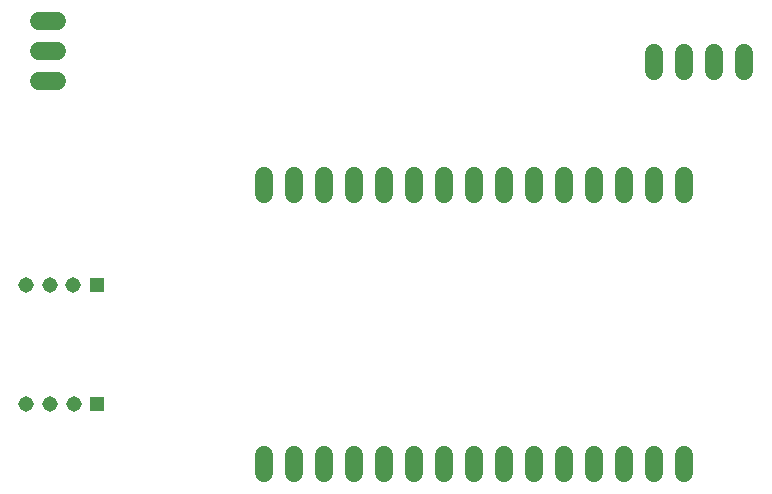
<source format=gbr>
G04 EAGLE Gerber RS-274X export*
G75*
%MOMM*%
%FSLAX34Y34*%
%LPD*%
%INBottom Copper*%
%IPPOS*%
%AMOC8*
5,1,8,0,0,1.08239X$1,22.5*%
G01*
%ADD10R,1.308000X1.308000*%
%ADD11C,1.308000*%
%ADD12C,1.524000*%


D10*
X770500Y409200D03*
D11*
X750500Y409200D03*
X730500Y409200D03*
X710500Y409200D03*
D10*
X770800Y309200D03*
D11*
X750800Y309200D03*
X730800Y309200D03*
X710800Y309200D03*
D12*
X912000Y486680D02*
X912000Y501920D01*
X937400Y501920D02*
X937400Y486680D01*
X962800Y486680D02*
X962800Y501920D01*
X988200Y501920D02*
X988200Y486680D01*
X1013600Y486680D02*
X1013600Y501920D01*
X1039000Y501920D02*
X1039000Y486680D01*
X1064400Y486680D02*
X1064400Y501920D01*
X1089800Y501920D02*
X1089800Y486680D01*
X1115200Y486680D02*
X1115200Y501920D01*
X1140600Y501920D02*
X1140600Y486680D01*
X1166000Y486680D02*
X1166000Y501920D01*
X1191400Y501920D02*
X1191400Y486680D01*
X1216800Y486680D02*
X1216800Y501920D01*
X1242200Y501920D02*
X1242200Y486680D01*
X1267600Y486680D02*
X1267600Y501920D01*
X912000Y265420D02*
X912000Y250180D01*
X937400Y250180D02*
X937400Y265420D01*
X962800Y265420D02*
X962800Y250180D01*
X988200Y250180D02*
X988200Y265420D01*
X1013600Y265420D02*
X1013600Y250180D01*
X1039000Y250180D02*
X1039000Y265420D01*
X1064400Y265420D02*
X1064400Y250180D01*
X1089800Y250180D02*
X1089800Y265420D01*
X1115200Y265420D02*
X1115200Y250180D01*
X1140600Y250180D02*
X1140600Y265420D01*
X1166000Y265420D02*
X1166000Y250180D01*
X1191400Y250180D02*
X1191400Y265420D01*
X1216800Y265420D02*
X1216800Y250180D01*
X1242200Y250180D02*
X1242200Y265420D01*
X1267600Y265420D02*
X1267600Y250180D01*
X736320Y582500D02*
X721080Y582500D01*
X721080Y607900D02*
X736320Y607900D01*
X736320Y633300D02*
X721080Y633300D01*
X1318600Y606320D02*
X1318600Y591080D01*
X1293200Y591080D02*
X1293200Y606320D01*
X1267800Y606320D02*
X1267800Y591080D01*
X1242400Y591080D02*
X1242400Y606320D01*
M02*

</source>
